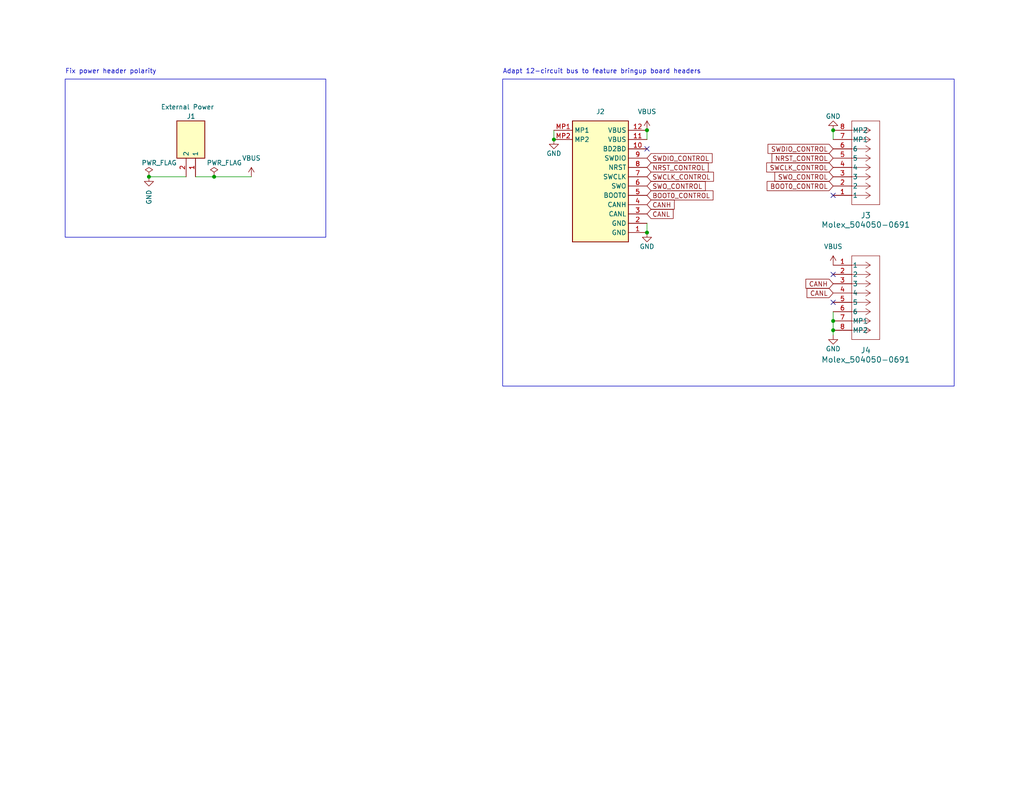
<source format=kicad_sch>
(kicad_sch (version 20230121) (generator eeschema)
  (paper "USLetter")
  (lib_symbols
    (symbol "TVSC:B2B-PH-K-S__LF__SN_"
      (property "Reference" "J" (at 16.51 7.62 0))
      (property "Value" "B2B-PH-K-S__LF__SN_" (at 16.51 5.08 0))
      (symbol "B2B-PH-K-S__LF__SN__1_1"
        (rectangle (start 5.08 2.54) (end 15.24 -5.08) (stroke (width 0.254)) (fill (type background)))
        (pin passive line (at 0 -2.54 0) (length 5.08) (name "1") (number "1"))
        (pin passive line (at 0 0 0) (length 5.08) (name "2") (number "2"))
      )
    )
    (symbol "TVSC:Bus Connector (Target)"
      (property "Reference" "J" (at 5 -33 0))
      (symbol "Bus Connector (Target)_1_1"
        (rectangle (start 5.08 2.54) (end 20.32 -30.48) (stroke (width 0.254)) (fill (type background)))
        (pin passive line (at 0 -27.94 0) (length 5.08) (name "GND") (number "1"))
        (pin passive line (at 0 -5.08 0) (length 5.08) (name "BD2BD") (number "10"))
        (pin passive line (at 0 -2.54 0) (length 5.08) (name "VBUS") (number "11"))
        (pin passive line (at 0 0 0) (length 5.08) (name "VBUS") (number "12"))
        (pin passive line (at 0 -25.4 0) (length 5.08) (name "GND") (number "2"))
        (pin passive line (at 0 -22.86 0) (length 5.08) (name "CANL") (number "3"))
        (pin passive line (at 0 -20.32 0) (length 5.08) (name "CANH") (number "4"))
        (pin passive line (at 0 -17.78 0) (length 5.08) (name "BOOT0") (number "5"))
        (pin passive line (at 0 -15.24 0) (length 5.08) (name "SWO") (number "6"))
        (pin passive line (at 0 -12.7 0) (length 5.08) (name "SWCLK") (number "7"))
        (pin passive line (at 0 -10.16 0) (length 5.08) (name "NRST") (number "8"))
        (pin passive line (at 0 -7.62 0) (length 5.08) (name "SWDIO") (number "9"))
        (pin passive line (at 25.4 0 180) (length 5.08) (name "MP1") (number "MP1"))
        (pin passive line (at 25.4 -2.54 180) (length 5.08) (name "MP2") (number "MP2"))
      )
    )
    (symbol "TVSC:Molex_504050-0691" (pin_names (offset 0.254))
      (property "Reference" "J" (at 13.97 -7.62 0))
      (property "Value" "Molex_504050-0691" (at 25.4 -10.16 0))
      (symbol "Molex_504050-0691_1_1"
        (polyline (pts (xy 5.08 -20.32) (xy 12.7 -20.32)) (stroke (width 0.127)))
        (polyline (pts (xy 5.08 2.54) (xy 5.08 -20.32)) (stroke (width 0.127)))
        (polyline (pts (xy 10.16 -17.78) (xy 5.08 -17.78)) (stroke (width 0.127)))
        (polyline (pts (xy 10.16 -17.78) (xy 8.89 -18.6267)) (stroke (width 0.127)))
        (polyline (pts (xy 10.16 -17.78) (xy 8.89 -16.9333)) (stroke (width 0.127)))
        (polyline (pts (xy 10.16 -15.24) (xy 5.08 -15.24)) (stroke (width 0.127)))
        (polyline (pts (xy 10.16 -15.24) (xy 8.89 -16.0867)) (stroke (width 0.127)))
        (polyline (pts (xy 10.16 -15.24) (xy 8.89 -14.3933)) (stroke (width 0.127)))
        (polyline (pts (xy 10.16 -12.7) (xy 5.08 -12.7)) (stroke (width 0.127)))
        (polyline (pts (xy 10.16 -12.7) (xy 8.89 -13.5467)) (stroke (width 0.127)))
        (polyline (pts (xy 10.16 -12.7) (xy 8.89 -11.8533)) (stroke (width 0.127)))
        (polyline (pts (xy 10.16 -10.16) (xy 5.08 -10.16)) (stroke (width 0.127)))
        (polyline (pts (xy 10.16 -10.16) (xy 8.89 -11.0067)) (stroke (width 0.127)))
        (polyline (pts (xy 10.16 -10.16) (xy 8.89 -9.3133)) (stroke (width 0.127)))
        (polyline (pts (xy 10.16 -7.62) (xy 5.08 -7.62)) (stroke (width 0.127)))
        (polyline (pts (xy 10.16 -7.62) (xy 8.89 -8.4667)) (stroke (width 0.127)))
        (polyline (pts (xy 10.16 -7.62) (xy 8.89 -6.7733)) (stroke (width 0.127)))
        (polyline (pts (xy 10.16 -5.08) (xy 5.08 -5.08)) (stroke (width 0.127)))
        (polyline (pts (xy 10.16 -5.08) (xy 8.89 -5.9267)) (stroke (width 0.127)))
        (polyline (pts (xy 10.16 -5.08) (xy 8.89 -4.2333)) (stroke (width 0.127)))
        (polyline (pts (xy 10.16 -2.54) (xy 5.08 -2.54)) (stroke (width 0.127)))
        (polyline (pts (xy 10.16 -2.54) (xy 8.89 -3.3867)) (stroke (width 0.127)))
        (polyline (pts (xy 10.16 -2.54) (xy 8.89 -1.6933)) (stroke (width 0.127)))
        (polyline (pts (xy 10.16 0) (xy 5.08 0)) (stroke (width 0.127)))
        (polyline (pts (xy 10.16 0) (xy 8.89 -0.8467)) (stroke (width 0.127)))
        (polyline (pts (xy 10.16 0) (xy 8.89 0.8467)) (stroke (width 0.127)))
        (polyline (pts (xy 12.7 -20.32) (xy 12.7 2.54)) (stroke (width 0.127)))
        (polyline (pts (xy 12.7 2.54) (xy 5.08 2.54)) (stroke (width 0.127)))
        (pin passive line (at 0 0 0) (length 5.08) (name "1") (number "1"))
        (pin passive line (at 0 -2.54 0) (length 5.08) (name "2") (number "2"))
        (pin passive line (at 0 -5.08 0) (length 5.08) (name "3") (number "3"))
        (pin passive line (at 0 -7.62 0) (length 5.08) (name "4") (number "4"))
        (pin passive line (at 0 -10.16 0) (length 5.08) (name "5") (number "5"))
        (pin passive line (at 0 -12.7 0) (length 5.08) (name "6") (number "6"))
        (pin power_in line (at 0 -15.24 0) (length 5.08) (name "MP1") (number "7"))
        (pin power_in line (at 0 -17.78 0) (length 5.08) (name "MP2") (number "8"))
      )
      (symbol "Molex_504050-0691_1_2"
        (polyline (pts (xy 5.08 -20.32) (xy 12.7 -20.32)) (stroke (width 0.127)))
        (polyline (pts (xy 5.08 2.54) (xy 5.08 -20.32)) (stroke (width 0.127)))
        (polyline (pts (xy 7.62 -17.78) (xy 5.08 -17.78)) (stroke (width 0.127)))
        (polyline (pts (xy 7.62 -17.78) (xy 8.89 -18.6267)) (stroke (width 0.127)))
        (polyline (pts (xy 7.62 -17.78) (xy 8.89 -16.9333)) (stroke (width 0.127)))
        (polyline (pts (xy 7.62 -15.24) (xy 5.08 -15.24)) (stroke (width 0.127)))
        (polyline (pts (xy 7.62 -15.24) (xy 8.89 -16.0867)) (stroke (width 0.127)))
        (polyline (pts (xy 7.62 -15.24) (xy 8.89 -14.3933)) (stroke (width 0.127)))
        (polyline (pts (xy 7.62 -12.7) (xy 5.08 -12.7)) (stroke (width 0.127)))
        (polyline (pts (xy 7.62 -12.7) (xy 8.89 -13.5467)) (stroke (width 0.127)))
        (polyline (pts (xy 7.62 -12.7) (xy 8.89 -11.8533)) (stroke (width 0.127)))
        (polyline (pts (xy 7.62 -10.16) (xy 5.08 -10.16)) (stroke (width 0.127)))
        (polyline (pts (xy 7.62 -10.16) (xy 8.89 -11.0067)) (stroke (width 0.127)))
        (polyline (pts (xy 7.62 -10.16) (xy 8.89 -9.3133)) (stroke (width 0.127)))
        (polyline (pts (xy 7.62 -7.62) (xy 5.08 -7.62)) (stroke (width 0.127)))
        (polyline (pts (xy 7.62 -7.62) (xy 8.89 -8.4667)) (stroke (width 0.127)))
        (polyline (pts (xy 7.62 -7.62) (xy 8.89 -6.7733)) (stroke (width 0.127)))
        (polyline (pts (xy 7.62 -5.08) (xy 5.08 -5.08)) (stroke (width 0.127)))
        (polyline (pts (xy 7.62 -5.08) (xy 8.89 -5.9267)) (stroke (width 0.127)))
        (polyline (pts (xy 7.62 -5.08) (xy 8.89 -4.2333)) (stroke (width 0.127)))
        (polyline (pts (xy 7.62 -2.54) (xy 5.08 -2.54)) (stroke (width 0.127)))
        (polyline (pts (xy 7.62 -2.54) (xy 8.89 -3.3867)) (stroke (width 0.127)))
        (polyline (pts (xy 7.62 -2.54) (xy 8.89 -1.6933)) (stroke (width 0.127)))
        (polyline (pts (xy 7.62 0) (xy 5.08 0)) (stroke (width 0.127)))
        (polyline (pts (xy 7.62 0) (xy 8.89 -0.8467)) (stroke (width 0.127)))
        (polyline (pts (xy 7.62 0) (xy 8.89 0.8467)) (stroke (width 0.127)))
        (polyline (pts (xy 12.7 -20.32) (xy 12.7 2.54)) (stroke (width 0.127)))
        (polyline (pts (xy 12.7 2.54) (xy 5.08 2.54)) (stroke (width 0.127)))
        (pin unspecified line (at 0 0 0) (length 5.08) (name "1") (number "1"))
        (pin unspecified line (at 0 -2.54 0) (length 5.08) (name "2") (number "2"))
        (pin unspecified line (at 0 -5.08 0) (length 5.08) (name "3") (number "3"))
        (pin unspecified line (at 0 -7.62 0) (length 5.08) (name "4") (number "4"))
        (pin unspecified line (at 0 -10.16 0) (length 5.08) (name "5") (number "5"))
        (pin unspecified line (at 0 -12.7 0) (length 5.08) (name "6") (number "6"))
        (pin unspecified line (at 0 -15.24 0) (length 5.08) (name "7") (number "7"))
        (pin unspecified line (at 0 -17.78 0) (length 5.08) (name "8") (number "8"))
      )
    )
    (symbol "power:GND" (power) (pin_names (offset 0))
      (property "Value" "GND" (at 0 -3.81 0))
      (symbol "GND_0_1"
        (polyline (pts (xy 0 0) (xy 0 -1.27) (xy 1.27 -1.27) (xy 0 -2.54) (xy -1.27 -1.27) (xy 0 -1.27)))
      )
      (symbol "GND_1_1"
        (pin power_in line (at 0 0 270) (length 0) hide (name "GND") (number "1"))
      )
    )
    (symbol "power:PWR_FLAG" (power) (pin_numbers hide) (pin_names (offset 0) hide)
      (property "Value" "PWR_FLAG" (at 0 3.81 0))
      (symbol "PWR_FLAG_0_0"
        (pin power_out line (at 0 0 90) (length 0) (name "pwr") (number "1"))
      )
      (symbol "PWR_FLAG_0_1"
        (polyline (pts (xy 0 0) (xy 0 1.27) (xy -1.016 1.905) (xy 0 2.54) (xy 1.016 1.905) (xy 0 1.27)))
      )
    )
    (symbol "power:VBUS" (power) (pin_names (offset 0))
      (property "Value" "VBUS" (at 0 3.81 0))
      (symbol "VBUS_0_1"
        (polyline (pts (xy -0.762 1.27) (xy 0 2.54)))
        (polyline (pts (xy 0 0) (xy 0 2.54)))
        (polyline (pts (xy 0 2.54) (xy 0.762 1.27)))
      )
      (symbol "VBUS_1_1"
        (pin power_in line (at 0 0 90) (length 0) hide (name "VBUS") (number "1"))
      )
    )
  )
  (junction (at 176.53 63.5))
  (junction (at 227.33 90.17))
  (junction (at 151.13 38.1))
  (junction (at 176.53 35.56))
  (junction (at 227.33 87.63))
  (junction (at 58.42 48.26))
  (junction (at 40.64 48.26))
  (junction (at 227.33 35.56))
  (no_connect (at 176.53 40.64))
  (no_connect (at 227.33 53.34))
  (no_connect (at 227.33 82.55))
  (no_connect (at 227.33 74.93))
  (wire (pts (xy 176.53 35.56) (xy 176.53 38.1)))
  (wire (pts (xy 227.33 38.1) (xy 227.33 35.56)))
  (wire (pts (xy 151.13 35.56) (xy 151.13 38.1)))
  (wire (pts (xy 53.34 48.26) (xy 58.42 48.26)))
  (wire (pts (xy 227.33 90.17) (xy 227.33 91.44)))
  (wire (pts (xy 227.33 87.63) (xy 227.33 90.17)))
  (wire (pts (xy 40.64 48.26) (xy 50.8 48.26)))
  (wire (pts (xy 227.33 85.09) (xy 227.33 87.63)))
  (wire (pts (xy 58.42 48.26) (xy 68.58 48.26)))
  (wire (pts (xy 176.53 60.96) (xy 176.53 63.5)))
  (rectangle (start 137.16 21.59) (end 260.35 105.41))
  (rectangle (start 17.78 21.59) (end 88.9 64.77))
  (text "Fix power header polarity" (at 17.78 20.32 0) (effects (font (size 1.27 1.27)) (justify left bottom)))
  (text "Adapt 12-circuit bus to feature bringup board headers" (at 137.16 20.32 0) (effects (font (size 1.27 1.27)) (justify left bottom)))
  (global_label "SWDIO_CONTROL" (shape input) (at 227.33 40.64 180) (property "Intersheetrefs" "${INTERSHEET_REFS}" (effects hide)))
  (global_label "CANL" (shape input) (at 176.53 58.42 0) (property "Intersheetrefs" "${INTERSHEET_REFS}" (effects hide)))
  (global_label "BOOT0_CONTROL" (shape input) (at 227.33 50.8 180) (property "Intersheetrefs" "${INTERSHEET_REFS}" (effects hide)))
  (global_label "SWO_CONTROL" (shape input) (at 176.53 50.8 0) (property "Intersheetrefs" "${INTERSHEET_REFS}" (effects hide)))
  (global_label "SWO_CONTROL" (shape input) (at 227.33 48.26 180) (property "Intersheetrefs" "${INTERSHEET_REFS}" (effects hide)))
  (global_label "CANH" (shape input) (at 227.33 77.47 180) (property "Intersheetrefs" "${INTERSHEET_REFS}" (effects hide)))
  (global_label "CANH" (shape input) (at 176.53 55.88 0) (property "Intersheetrefs" "${INTERSHEET_REFS}" (effects hide)))
  (global_label "SWCLK_CONTROL" (shape input) (at 227.33 45.72 180) (property "Intersheetrefs" "${INTERSHEET_REFS}" (effects hide)))
  (global_label "NRST_CONTROL" (shape input) (at 176.53 45.72 0) (property "Intersheetrefs" "${INTERSHEET_REFS}" (effects hide)))
  (global_label "BOOT0_CONTROL" (shape input) (at 176.53 53.34 0) (property "Intersheetrefs" "${INTERSHEET_REFS}" (effects hide)))
  (global_label "NRST_CONTROL" (shape input) (at 227.33 43.18 180) (property "Intersheetrefs" "${INTERSHEET_REFS}" (effects hide)))
  (global_label "SWCLK_CONTROL" (shape input) (at 176.53 48.26 0) (property "Intersheetrefs" "${INTERSHEET_REFS}" (effects hide)))
  (global_label "CANL" (shape input) (at 227.33 80.01 180) (property "Intersheetrefs" "${INTERSHEET_REFS}" (effects hide)))
  (global_label "SWDIO_CONTROL" (shape input) (at 176.53 43.18 0) (property "Intersheetrefs" "${INTERSHEET_REFS}" (effects hide)))
  (symbol (lib_id "power:VBUS") (at 227.33 72.39 0) (mirror y) (unit 1)
    (property "Reference" "#PWR01" (effects hide))
    (property "Value" "VBUS" (at 227.33 67.31 0))
  )
  (symbol (lib_id "power:GND") (at 40.64 48.26 0) (unit 1)
    (property "Reference" "#PWR07" (effects hide))
    (property "Value" "GND" (at 40.64 55.88 90) (effects (justify left)))
  )
  (symbol (lib_id "TVSC:Bus Connector (Target)") (at 176.53 35.56 0) (mirror y) (unit 1)
    (property "Reference" "J2" (at 163.83 30.48 0))
    (property "Value" "Molex_504050-1291" (effects hide))
    (property "Footprint" "footprints:Bus Connector (Target)" (effects hide))
    (property "Datasheet" "https://www.molex.com/en-us/products/part-detail/5040501291" (effects hide))
    (property "Manufacturer" "Molex" (effects hide))
    (property "Manufacturer Part Number" "504050-1291" (effects hide))
    (property "MPN" "C563982" (effects hide))
    (property "Active" "Y" (effects hide))
  )
  (symbol (lib_id "power:VBUS") (at 176.53 35.56 0) (mirror y) (unit 1)
    (property "Reference" "#PWR03" (effects hide))
    (property "Value" "VBUS" (at 176.53 30.48 0))
  )
  (symbol (lib_id "TVSC:Molex_504050-0691") (at 227.33 53.34 0) (mirror x) (unit 1)
    (property "Reference" "J3" (at 236.22 59.69 0) (effects (font (size 1.524 1.524)) (justify top)))
    (property "Value" "Molex_504050-0691" (at 236.22 62.23 0) (effects (font (size 1.524 1.524)) (justify top)))
    (property "Footprint" "footprints:Molex_504050-0691" (effects hide))
    (property "Datasheet" "https://www.molex.com/en-us/products/part-detail/5040500691" (effects hide))
    (property "Manufacturer" "Molex" (effects hide))
    (property "Manufacturer Part Number" "504050-0691" (effects hide))
    (property "MPN" "C563981" (effects hide))
    (property "Active" "Y" (effects hide))
  )
  (symbol (lib_id "TVSC:B2B-PH-K-S__LF__SN_") (at 50.8 48.26 90) (unit 1)
    (property "Reference" "J1" (at 53.34 31.75 90) (effects (justify left)))
    (property "Value" "External Power" (at 58.42 29.21 90) (effects (justify left)))
    (property "Footprint" "footprints:B2BPHKSLFSN" (effects hide))
    (property "Datasheet" "http://www.jst-mfg.com/product/pdf/eng/ePH.pdf" (effects hide))
    (property "Height" "6" (effects hide))
    (property "Manufacturer" "JST (JAPAN SOLDERLESS TERMINALS)" (effects hide))
    (property "Manufacturer Part Number" "B2B-PH-K-S (LF)(SN)" (effects hide))
    (property "MPN" "C131337" (effects hide))
    (property "Manufacturer" "JST (JAPAN SOLDERLESS TERMINALS)" (effects hide))
    (property "Manufacturer Part Number" "B2B-PH-K-S (LF)(SN)" (effects hide))
    (property "Active" "Y" (effects hide))
  )
  (symbol (lib_id "power:GND") (at 176.53 63.5 0) (mirror y) (unit 1)
    (property "Reference" "#PWR04" (effects hide))
    (property "Value" "GND" (at 176.53 67.31 0))
  )
  (symbol (lib_id "power:VBUS") (at 68.58 48.26 0) (unit 1)
    (property "Reference" "#PWR08" (effects hide))
    (property "Value" "VBUS" (at 68.58 43.18 0))
  )
  (symbol (lib_id "TVSC:Molex_504050-0691") (at 227.33 72.39 0) (unit 1)
    (property "Reference" "J4" (at 236.22 96.52 0) (effects (font (size 1.524 1.524)) (justify bottom)))
    (property "Value" "Molex_504050-0691" (at 236.22 99.06 0) (effects (font (size 1.524 1.524)) (justify bottom)))
    (property "Footprint" "footprints:Molex_504050-0691" (effects hide))
    (property "Datasheet" "https://www.molex.com/en-us/products/part-detail/5040500691" (effects hide))
    (property "Manufacturer" "Molex" (effects hide))
    (property "Manufacturer Part Number" "504050-0691" (effects hide))
    (property "MPN" "C563981" (effects hide))
    (property "Active" "Y" (effects hide))
  )
  (symbol (lib_id "power:PWR_FLAG") (at 58.42 48.26 0) (unit 1)
    (property "Reference" "#FLG02" (effects hide))
    (property "Value" "PWR_FLAG" (at 66.04 44.45 0) (effects (justify right)))
  )
  (symbol (lib_id "power:GND") (at 227.33 35.56 180) (unit 1)
    (property "Reference" "#PWR05" (effects hide))
    (property "Value" "GND" (at 227.33 31.75 0))
  )
  (symbol (lib_id "power:PWR_FLAG") (at 40.64 48.26 0) (unit 1)
    (property "Reference" "#FLG01" (effects hide))
    (property "Value" "PWR_FLAG" (at 48.26 44.45 0) (effects (justify right)))
  )
  (symbol (lib_id "power:GND") (at 227.33 91.44 0) (mirror y) (unit 1)
    (property "Reference" "#PWR02" (effects hide))
    (property "Value" "GND" (at 227.33 95.25 0))
  )
  (symbol (lib_id "power:GND") (at 151.13 38.1 0) (mirror y) (unit 1)
    (property "Reference" "#PWR06" (effects hide))
    (property "Value" "GND" (at 151.13 41.91 0))
  )
)
</source>
